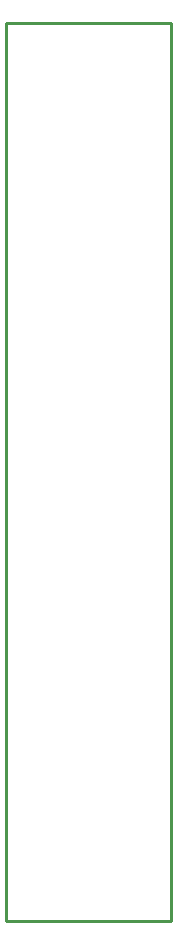
<source format=gbr>
G04 EAGLE Gerber RS-274X export*
G75*
%MOMM*%
%FSLAX34Y34*%
%LPD*%
%IN*%
%IPPOS*%
%AMOC8*
5,1,8,0,0,1.08239X$1,22.5*%
G01*
%ADD10C,0.254000*%


D10*
X0Y0D02*
X140000Y0D01*
X140000Y760000D01*
X0Y760000D01*
X0Y0D01*
M02*

</source>
